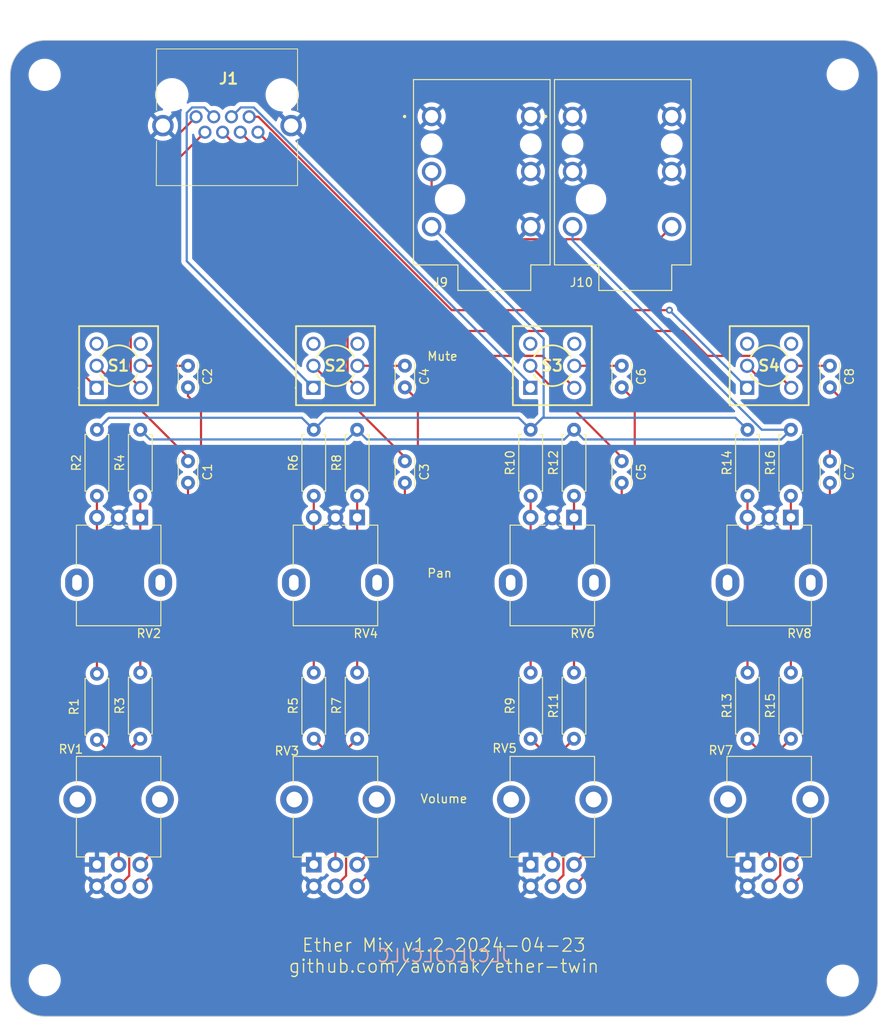
<source format=kicad_pcb>
(kicad_pcb (version 20221018) (generator pcbnew)
  (layers (0 "F.Cu" signal) (31 "B.Cu" signal) (34 "B.Paste" user) (35 "F.Paste" user) (36 "B.SilkS" user "B.Silkscreen") (37 "F.SilkS" user "F.Silkscreen") (38 "B.Mask" user) (39 "F.Mask" user) (44 "Edge.Cuts" user))
  (net 0 "")
  (net 1 "Net-(C1-Pad1)")
  (net 2 "Net-(C1-Pad2)")
  (net 3 "Net-(C2-Pad1)")
  (net 4 "Net-(C2-Pad2)")
  (net 5 "Net-(C3-Pad1)")
  (net 6 "Net-(C3-Pad2)")
  (net 7 "Net-(C4-Pad1)")
  (net 8 "Net-(C4-Pad2)")
  (net 9 "Net-(C5-Pad1)")
  (net 10 "Net-(C5-Pad2)")
  (net 11 "Net-(C6-Pad1)")
  (net 12 "Net-(C6-Pad2)")
  (net 13 "Net-(C7-Pad1)")
  (net 14 "Net-(C7-Pad2)")
  (net 15 "Net-(C8-Pad1)")
  (net 16 "Net-(C8-Pad2)")
  (net 17 "ETH 1")
  (net 18 "ETH 2")
  (net 19 "ETH 3")
  (net 20 "ETH 4")
  (net 21 "ETH 5")
  (net 22 "ETH 6")
  (net 23 "ETH 7")
  (net 24 "ETH 8")
  (net 25 "GND")
  (net 26 "Net-(J10-PadTN)")
  (net 27 "OUT_L")
  (net 28 "OUT_R")
  (net 29 "Net-(R1-Pad1)")
  (net 30 "Net-(R1-Pad2)")
  (net 31 "Net-(R3-Pad1)")
  (net 32 "Net-(R3-Pad2)")
  (net 33 "Net-(R5-Pad1)")
  (net 34 "Net-(R5-Pad2)")
  (net 35 "Net-(R7-Pad2)")
  (net 36 "Net-(R7-Pad1)")
  (net 37 "Net-(R9-Pad1)")
  (net 38 "Net-(R11-Pad1)")
  (net 39 "Net-(R10-Pad1)")
  (net 40 "Net-(R11-Pad2)")
  (net 41 "Net-(R13-Pad1)")
  (net 42 "Net-(R13-Pad2)")
  (net 43 "Net-(R15-Pad2)")
  (net 44 "Net-(R15-Pad1)")
  (footprint "Resistor_THT:R_Axial_DIN0207_L6.3mm_D2.5mm_P7.62mm_Horizontal" (layer "F.Cu") (at 137.5 85 90)
    (fp_text reference "R12" (at 3.81 -2.37 90) (layer "F.SilkS"))
    (fp_text value "20K")
    (pad "1" thru_hole circle (at 0 0 90) (size 1.6 1.6) (drill 0.8) (layers "*.Cu" "*.Mask") (net 40 "Net-(R11-Pad2)"))
    (pad "2" thru_hole oval (at 7.62 0 90) (size 1.6 1.6) (drill 0.8) (layers "*.Cu" "*.Mask") (net 28 "OUT_R"))
  )
  (footprint "Resistor_THT:R_Axial_DIN0207_L6.3mm_D2.5mm_P7.62mm_Horizontal" (layer "F.Cu") (at 107.5 113 90)
    (fp_text reference "R5" (at 3.81 -2.37 90) (layer "F.SilkS"))
    (fp_text value "20K")
    (pad "1" thru_hole circle (at 0 0 90) (size 1.6 1.6) (drill 0.8) (layers "*.Cu" "*.Mask") (net 33 "Net-(R5-Pad1)"))
    (pad "2" thru_hole oval (at 7.62 0 90) (size 1.6 1.6) (drill 0.8) (layers "*.Cu" "*.Mask") (net 34 "Net-(R5-Pad2)"))
  )
  (footprint "Capacitor_THT:C_Disc_D3.0mm_W2.0mm_P2.50mm" (layer "F.Cu") (at 118 81 -90)
    (fp_text reference "C3" (at 1.25 -2.25 90) (layer "F.SilkS"))
    (fp_text value ".1uf")
    (pad "1" thru_hole circle (at 0 0 270) (size 1.6 1.6) (drill 0.8) (layers "*.Cu" "*.Mask") (net 5 "Net-(C3-Pad1)"))
    (pad "2" thru_hole circle (at 2.5 0 270) (size 1.6 1.6) (drill 0.8) (layers "*.Cu" "*.Mask") (net 6 "Net-(C3-Pad2)"))
  )
  (footprint "MountingHole:MountingHole_3.2mm_M3" (layer "F.Cu") (at 76.475 36.475)
    (fp_text reference "H1" hide)
    (fp_text value "MountingHole")
    (pad "" np_thru_hole circle (at 0 0) (size 3.2 3.2) (drill 3.2) (layers "*.Cu" "*.Mask"))
  )
  (footprint "NRJ6HF:NEUTRIK_NRJ6HF" (layer "F.Cu") (at 126.8 47.625 90)
    (fp_text reference "J9" (at -12.775 -4.69) (layer "F.SilkS"))
    (fp_text value "Audio Out L")
    (pad "" np_thru_hole circle (at -3.2 -3.585 90) (size 3 3) (drill 3) (layers "*.Cu" "*.Mask"))
    (pad "" np_thru_hole circle (at 3.15 -5.715 90) (size 2 2) (drill 2) (layers "*.Cu" "*.Mask"))
    (pad "" np_thru_hole circle (at 3.15 5.715 90) (size 2 2) (drill 2) (layers "*.Cu" "*.Mask"))
    (pad "R" thru_hole circle (at 0 -5.715 90) (size 2.25 2.25) (drill 1.5) (layers "*.Cu" "*.Mask") (net 26 "Net-(J10-PadTN)"))
    (pad "RN" thru_hole circle (at 0 5.715 90) (size 2.25 2.25) (drill 1.5) (layers "*.Cu" "*.Mask") (net 25 "GND"))
    (pad "S" thru_hole circle (at 6.35 -5.715 90) (size 2.25 2.25) (drill 1.5) (layers "*.Cu" "*.Mask") (net 25 "GND"))
    (pad "SN" thru_hole circle (at 6.35 5.715 90) (size 2.25 2.25) (drill 1.5) (layers "*.Cu" "*.Mask") (net 25 "GND"))
    (pad "T" thru_hole circle (at -6.35 -5.715 90) (size 2.25 2.25) (drill 1.5) (layers "*.Cu" "*.Mask") (net 27 "OUT_L"))
    (pad "TN" thru_hole circle (at -6.35 5.715 90) (size 2.25 2.25) (drill 1.5) (layers "*.Cu" "*.Mask") (net 25 "GND"))
  )
  (footprint "MountingHole:MountingHole_3.2mm_M3" (layer "F.Cu") (at 168.475 36.425)
    (fp_text reference "H2" hide)
    (fp_text value "MountingHole" hide)
    (pad "" np_thru_hole circle (at 0 0) (size 3.2 3.2) (drill 3.2) (layers "*.Cu" "*.Mask"))
  )
  (footprint "Capacitor_THT:C_Disc_D3.0mm_W2.0mm_P2.50mm" (layer "F.Cu") (at 167 70 -90)
    (fp_text reference "C8" (at 1.25 -2.25 -90) (layer "F.SilkS"))
    (fp_text value ".1uf")
    (pad "1" thru_hole circle (at 0 0 270) (size 1.6 1.6) (drill 0.8) (layers "*.Cu" "*.Mask") (net 15 "Net-(C8-Pad1)"))
    (pad "2" thru_hole circle (at 2.5 0 270) (size 1.6 1.6) (drill 0.8) (layers "*.Cu" "*.Mask") (net 16 "Net-(C8-Pad2)"))
  )
  (footprint "Capacitor_THT:C_Disc_D3.0mm_W2.0mm_P2.50mm" (layer "F.Cu") (at 93 81 -90)
    (fp_text reference "C1" (at 1.25 -2.25 90) (layer "F.SilkS"))
    (fp_text value ".1uf")
    (pad "1" thru_hole circle (at 0 0 270) (size 1.6 1.6) (drill 0.8) (layers "*.Cu" "*.Mask") (net 1 "Net-(C1-Pad1)"))
    (pad "2" thru_hole circle (at 2.5 0 270) (size 1.6 1.6) (drill 0.8) (layers "*.Cu" "*.Mask") (net 2 "Net-(C1-Pad2)"))
  )
  (footprint "2MD1T1B1M2QES:2MD1T1B1M2QES" (layer "F.Cu") (at 135 70)
    (fp_text reference "S3" (at -0.02 -0.005) (layer "F.SilkS") (effects (font (size 1.27 1.27) (thickness 0.254))))
    (fp_text value "Mute Switch" hide)
    (pad "1" thru_hole rect (at -2.54 2.55) (size 1.635 1.635) (drill 1.09) (layers "*.Cu" "*.Mask") (net 21 "ETH 5"))
    (pad "2" thru_hole circle (at -2.54 0.01) (size 1.635 1.635) (drill 1.09) (layers "*.Cu" "*.Mask") (net 9 "Net-(C5-Pad1)"))
    (pad "3" thru_hole circle (at -2.54 -2.53) (size 1.635 1.635) (drill 1.09) (layers "*.Cu" "*.Mask"))
    (pad "4" thru_hole circle (at 2.54 2.55) (size 1.635 1.635) (drill 1.09) (layers "*.Cu" "*.Mask") (net 22 "ETH 6"))
    (pad "5" thru_hole circle (at 2.54 0.01) (size 1.635 1.635) (drill 1.09) (layers "*.Cu" "*.Mask") (net 11 "Net-(C6-Pad1)"))
    (pad "6" thru_hole circle (at 2.54 -2.53) (size 1.635 1.635) (drill 1.09) (layers "*.Cu" "*.Mask"))
  )
  (footprint "RD902F-40:Potentiometer_Alpha_RD902F-40-00D_Dual_Vertical_CircularHoles" (layer "F.Cu") (at 85 120)
    (fp_text reference "RV1" (at -5.5 -5.795) (layer "F.SilkS"))
    (fp_text value "A100K Vol")
    (pad "" thru_hole circle (at -4.75 0 180) (size 3.24 3.24) (drill 1.8) (layers "*.Cu" "*.Mask"))
    (pad "" thru_hole circle (at 4.75 0 180) (size 3.24 3.24) (drill 1.8) (layers "*.Cu" "*.Mask"))
    (pad "1" thru_hole rect (at -2.5 7.5 180) (size 1.8 1.8) (drill 1) (layers "*.Cu" "*.Mask") (net 25 "GND"))
    (pad "2" thru_hole circle (at 0 7.5 180) (size 1.8 1.8) (drill 1) (layers "*.Cu" "*.Mask") (net 30 "Net-(R1-Pad2)"))
    (pad "3" thru_hole circle (at 2.5 7.5 180) (size 1.8 1.8) (drill 1) (layers "*.Cu" "*.Mask") (net 2 "Net-(C1-Pad2)"))
    (pad "4" thru_hole circle (at -2.5 10 180) (size 1.8 1.8) (drill 1) (layers "*.Cu" "*.Mask") (net 25 "GND"))
    (pad "5" thru_hole circle (at 0 10 180) (size 1.8 1.8) (drill 1) (layers "*.Cu" "*.Mask") (net 31 "Net-(R3-Pad1)"))
    (pad "6" thru_hole circle (at 2.5 10 180) (size 1.8 1.8) (drill 1) (layers "*.Cu" "*.Mask") (net 4 "Net-(C2-Pad2)"))
  )
  (footprint "MountingHole:MountingHole_3.2mm_M3" (layer "F.Cu") (at 168.475 140.875)
    (fp_text reference "H3" hide)
    (fp_text value "MountingHole" hide)
    (pad "" np_thru_hole circle (at 0 0) (size 3.2 3.2) (drill 3.2) (layers "*.Cu" "*.Mask"))
  )
  (footprint "Resistor_THT:R_Axial_DIN0207_L6.3mm_D2.5mm_P7.62mm_Horizontal" (layer "F.Cu") (at 82.5 105.5 -90)
    (fp_text reference "R1" (at 3.81 2.63 90) (layer "F.SilkS"))
    (fp_text value "20K")
    (pad "1" thru_hole circle (at 0 0 270) (size 1.6 1.6) (drill 0.8) (layers "*.Cu" "*.Mask") (net 29 "Net-(R1-Pad1)"))
    (pad "2" thru_hole oval (at 7.62 0 270) (size 1.6 1.6) (drill 0.8) (layers "*.Cu" "*.Mask") (net 30 "Net-(R1-Pad2)"))
  )
  (footprint "Capacitor_THT:C_Disc_D3.0mm_W2.0mm_P2.50mm" (layer "F.Cu") (at 143 70 -90)
    (fp_text reference "C6" (at 1.25 -2.25 -90) (layer "F.SilkS"))
    (fp_text value ".1uf")
    (pad "1" thru_hole circle (at 0 0 270) (size 1.6 1.6) (drill 0.8) (layers "*.Cu" "*.Mask") (net 11 "Net-(C6-Pad1)"))
    (pad "2" thru_hole circle (at 2.5 0 270) (size 1.6 1.6) (drill 0.8) (layers "*.Cu" "*.Mask") (net 12 "Net-(C6-Pad2)"))
  )
  (footprint "RD902F-40:Potentiometer_Alpha_RD901F-40-00D_Single_Vertical" (layer "F.Cu") (at 85 95 180)
    (fp_text reference "RV2" (at -3.49 -5.87) (layer "F.SilkS"))
    (fp_text value "B100k Pan")
    (pad "" thru_hole oval (at -4.8 0) (size 2.72 3.24) (drill oval 1.1 1.8) (layers "*.Cu" "*.Mask"))
    (pad "" thru_hole oval (at 4.8 0) (size 2.72 3.24) (drill oval 1.1 1.8) (layers "*.Cu" "*.Mask"))
    (pad "1" thru_hole rect (at -2.5 7.5) (size 1.8 1.8) (drill 1) (layers "*.Cu" "*.Mask") (net 32 "Net-(R3-Pad2)"))
    (pad "2" thru_hole circle (at 0 7.5) (size 1.8 1.8) (drill 1) (layers "*.Cu" "*.Mask") (net 25 "GND"))
    (pad "3" thru_hole circle (at 2.5 7.5) (size 1.8 1.8) (drill 1) (layers "*.Cu" "*.Mask") (net 29 "Net-(R1-Pad1)"))
  )
  (footprint "Resistor_THT:R_Axial_DIN0207_L6.3mm_D2.5mm_P7.62mm_Horizontal" (layer "F.Cu") (at 107.5 85 90)
    (fp_text reference "R6" (at 3.81 -2.37 90) (layer "F.SilkS"))
    (fp_text value "20K")
    (pad "1" thru_hole circle (at 0 0 90) (size 1.6 1.6) (drill 0.8) (layers "*.Cu" "*.Mask") (net 34 "Net-(R5-Pad2)"))
    (pad "2" thru_hole oval (at 7.62 0 90) (size 1.6 1.6) (drill 0.8) (layers "*.Cu" "*.Mask") (net 27 "OUT_L"))
  )
  (footprint "2MD1T1B1M2QES:2MD1T1B1M2QES" (layer "F.Cu") (at 160 70)
    (fp_text reference "S4" (at -0.02 -0.005) (layer "F.SilkS") (effects (font (size 1.27 1.27) (thickness 0.254))))
    (fp_text value "Mute Switch" hide)
    (pad "1" thru_hole rect (at -2.54 2.55) (size 1.635 1.635) (drill 1.09) (layers "*.Cu" "*.Mask") (net 23 "ETH 7"))
    (pad "2" thru_hole circle (at -2.54 0.01) (size 1.635 1.635) (drill 1.09) (layers "*.Cu" "*.Mask") (net 13 "Net-(C7-Pad1)"))
    (pad "3" thru_hole circle (at -2.54 -2.53) (size 1.635 1.635) (drill 1.09) (layers "*.Cu" "*.Mask"))
    (pad "4" thru_hole circle (at 2.54 2.55) (size 1.635 1.635) (drill 1.09) (layers "*.Cu" "*.Mask") (net 24 "ETH 8"))
    (pad "5" thru_hole circle (at 2.54 0.01) (size 1.635 1.635) (drill 1.09) (layers "*.Cu" "*.Mask") (net 15 "Net-(C8-Pad1)"))
    (pad "6" thru_hole circle (at 2.54 -2.53) (size 1.635 1.635) (drill 1.09) (layers "*.Cu" "*.Mask"))
  )
  (footprint "Resistor_THT:R_Axial_DIN0207_L6.3mm_D2.5mm_P7.62mm_Horizontal" (layer "F.Cu") (at 82.5 85 90)
    (fp_text reference "R2" (at 3.81 -2.37 90) (layer "F.SilkS"))
    (fp_text value "20K")
    (pad "1" thru_hole circle (at 0 0 90) (size 1.6 1.6) (drill 0.8) (layers "*.Cu" "*.Mask") (net 29 "Net-(R1-Pad1)"))
    (pad "2" thru_hole oval (at 7.62 0 90) (size 1.6 1.6) (drill 0.8) (layers "*.Cu" "*.Mask") (net 27 "OUT_L"))
  )
  (footprint "Resistor_THT:R_Axial_DIN0207_L6.3mm_D2.5mm_P7.62mm_Horizontal" (layer "F.Cu") (at 87.5 113 90)
    (fp_text reference "R3" (at 3.81 -2.37 90) (layer "F.SilkS"))
    (fp_text value "20K")
    (pad "1" thru_hole circle (at 0 0 90) (size 1.6 1.6) (drill 0.8) (layers "*.Cu" "*.Mask") (net 31 "Net-(R3-Pad1)"))
    (pad "2" thru_hole oval (at 7.62 0 90) (size 1.6 1.6) (drill 0.8) (layers "*.Cu" "*.Mask") (net 32 "Net-(R3-Pad2)"))
  )
  (footprint "RD902F-40:Potentiometer_Alpha_RD902F-40-00D_Dual_Vertical_CircularHoles" (layer "F.Cu") (at 135 120)
    (fp_text reference "RV5" (at -5.5 -5.895) (layer "F.SilkS"))
    (fp_text value "A100K")
    (pad "" thru_hole circle (at -4.75 0 180) (size 3.24 3.24) (drill 1.8) (layers "*.Cu" "*.Mask"))
    (pad "" thru_hole circle (at 4.75 0 180) (size 3.24 3.24) (drill 1.8) (layers "*.Cu" "*.Mask"))
    (pad "1" thru_hole rect (at -2.5 7.5 180) (size 1.8 1.8) (drill 1) (layers "*.Cu" "*.Mask") (net 25 "GND"))
    (pad "2" thru_hole circle (at 0 7.5 180) (size 1.8 1.8) (drill 1) (layers "*.Cu" "*.Mask") (net 37 "Net-(R9-Pad1)"))
    (pad "3" thru_hole circle (at 2.5 7.5 180) (size 1.8 1.8) (drill 1) (layers "*.Cu" "*.Mask") (net 10 "Net-(C5-Pad2)"))
    (pad "4" thru_hole circle (at -2.5 10 180) (size 1.8 1.8) (drill 1) (layers "*.Cu" "*.Mask") (net 25 "GND"))
    (pad "5" thru_hole circle (at 0 10 180) (size 1.8 1.8) (drill 1) (layers "*.Cu" "*.Mask") (net 38 "Net-(R11-Pad1)"))
    (pad "6" thru_hole circle (at 2.5 10 180) (size 1.8 1.8) (drill 1) (layers "*.Cu" "*.Mask") (net 12 "Net-(C6-Pad2)"))
  )
  (footprint "Resistor_THT:R_Axial_DIN0207_L6.3mm_D2.5mm_P7.62mm_Horizontal" (layer "F.Cu") (at 132.5 113 90)
    (fp_text reference "R9" (at 3.81 -2.37 90) (layer "F.SilkS"))
    (fp_text value "20K")
    (pad "1" thru_hole circle (at 0 0 90) (size 1.6 1.6) (drill 0.8) (layers "*.Cu" "*.Mask") (net 37 "Net-(R9-Pad1)"))
    (pad "2" thru_hole oval (at 7.62 0 90) (size 1.6 1.6) (drill 0.8) (layers "*.Cu" "*.Mask") (net 39 "Net-(R10-Pad1)"))
  )
  (footprint "2MD1T1B1M2QES:2MD1T1B1M2QES" (layer "F.Cu") (at 85 70)
    (fp_text reference "S1" (at -0.02 -0.005) (layer "F.SilkS") (effects (font (size 1.27 1.27) (thickness 0.254))))
    (fp_text value "Mute Switch" hide)
    (pad "1" thru_hole rect (at -2.54 2.55) (size 1.635 1.635) (drill 1.09) (layers "*.Cu" "*.Mask") (net 17 "ETH 1"))
    (pad "2" thru_hole circle (at -2.54 0.01) (size 1.635 1.635) (drill 1.09) (layers "*.Cu" "*.Mask") (net 1 "Net-(C1-Pad1)"))
    (pad "3" thru_hole circle (at -2.54 -2.53) (size 1.635 1.635) (drill 1.09) (layers "*.Cu" "*.Mask"))
    (pad "4" thru_hole circle (at 2.54 2.55) (size 1.635 1.635) (drill 1.09) (layers "*.Cu" "*.Mask") (net 18 "ETH 2"))
    (pad "5" thru_hole circle (at 2.54 0.01) (size 1.635 1.635) (drill 1.09) (layers "*.Cu" "*.Mask") (net 3 "Net-(C2-Pad1)"))
    (pad "6" thru_hole circle (at 2.54 -2.53) (size 1.635 1.635) (drill 1.09) (layers "*.Cu" "*.Mask"))
  )
  (footprint "Capacitor_THT:C_Disc_D3.0mm_W2.0mm_P2.50mm" (layer "F.Cu") (at 143 81 -90)
    (fp_text reference "C5" (at 1.25 -2.25 -90) (layer "F.SilkS"))
    (fp_text value ".1uf")
    (pad "1" thru_hole circle (at 0 0 270) (size 1.6 1.6) (drill 0.8) (layers "*.Cu" "*.Mask") (net 9 "Net-(C5-Pad1)"))
    (pad "2" thru_hole circle (at 2.5 0 270) (size 1.6 1.6) (drill 0.8) (layers "*.Cu" "*.Mask") (net 10 "Net-(C5-Pad2)"))
  )
  (footprint "Resistor_THT:R_Axial_DIN0207_L6.3mm_D2.5mm_P7.62mm_Horizontal" (layer "F.Cu") (at 132.5 85 90)
    (fp_text reference "R10" (at 3.81 -2.37 90) (layer "F.SilkS"))
    (fp_text value "20K")
    (pad "1" thru_hole circle (at 0 0 90) (size 1.6 1.6) (drill 0.8) (layers "*.Cu" "*.Mask") (net 39 "Net-(R10-Pad1)"))
    (pad "2" thru_hole oval (at 7.62 0 90) (size 1.6 1.6) (drill 0.8) (layers "*.Cu" "*.Mask") (net 27 "OUT_L"))
  )
  (footprint "Resistor_THT:R_Axial_DIN0207_L6.3mm_D2.5mm_P7.62mm_Horizontal" (layer "F.Cu") (at 157.5 85 90)
    (fp_text reference "R14" (at 3.81 -2.37 90) (layer "F.SilkS"))
    (fp_text value "20K")
    (pad "1" thru_hole circle (at 0 0 90) (size 1.6 1.6) (drill 0.8) (layers "*.Cu" "*.Mask") (net 42 "Net-(R13-Pad2)"))
    (pad "2" thru_hole oval (at 7.62 0 90) (size 1.6 1.6) (drill 0.8) (layers "*.Cu" "*.Mask") (net 27 "OUT_L"))
  )
  (footprint "RD902F-40:Potentiometer_Alpha_RD901F-40-00D_Single_Vertical" (layer "F.Cu") (at 135 95 180)
    (fp_text reference "RV6" (at -3.49 -5.87) (layer "F.SilkS"))
    (fp_text value "B100k Pan")
    (pad "" thru_hole oval (at -4.8 0) (size 2.72 3.24) (drill oval 1.1 1.8) (layers "*.Cu" "*.Mask"))
    (pad "" thru_hole oval (at 4.8 0) (size 2.72 3.24) (drill oval 1.1 1.8) (layers "*.Cu" "*.Mask"))
    (pad "1" thru_hole rect (at -2.5 7.5) (size 1.8 1.8) (drill 1) (layers "*.Cu" "*.Mask") (net 40 "Net-(R11-Pad2)"))
    (pad "2" thru_hole circle (at 0 7.5) (size 1.8 1.8) (drill 1) (layers "*.Cu" "*.Mask") (net 25 "GND"))
    (pad "3" thru_hole circle (at 2.5 7.5) (size 1.8 1.8) (drill 1) (layers "*.Cu" "*.Mask") (net 39 "Net-(R10-Pad1)"))
  )
  (footprint "Capacitor_THT:C_Disc_D3.0mm_W2.0mm_P2.50mm" (layer "F.Cu") (at 167 81 -90)
    (fp_text reference "C7" (at 1.25 -2.25 -90) (layer "F.SilkS"))
    (fp_text value ".1uf")
    (pad "1" thru_hole circle (at 0 0 270) (size 1.6 1.6) (drill 0.8) (layers "*.Cu" "*.Mask") (net 13 "Net-(C7-Pad1)"))
    (pad "2" thru_hole circle (at 2.5 0 270) (size 1.6 1.6) (drill 0.8) (layers "*.Cu" "*.Mask") (net 14 "Net-(C7-Pad2)"))
  )
  (footprint "MountingHole:MountingHole_3.2mm_M3" (layer "F.Cu") (at 76.475 140.825)
    (fp_text reference "H4" hide)
    (fp_text value "MountingHole")
    (pad "" np_thru_hole circle (at 0 0) (size 3.2 3.2) (drill 3.2) (layers "*.Cu" "*.Mask"))
  )
  (footprint "Resistor_THT:R_Axial_DIN0207_L6.3mm_D2.5mm_P7.62mm_Horizontal" (layer "F.Cu") (at 87.5 85 90)
    (fp_text reference "R4" (at 3.81 -2.37 90) (layer "F.SilkS"))
    (fp_text value "20K")
    (pad "1" thru_hole circle (at 0 0 90) (size 1.6 1.6) (drill 0.8) (layers "*.Cu" "*.Mask") (net 32 "Net-(R3-Pad2)"))
    (pad "2" thru_hole oval (at 7.62 0 90) (size 1.6 1.6) (drill 0.8) (layers "*.Cu" "*.Mask") (net 28 "OUT_R"))
  )
  (footprint "RD902F-40:Potentiometer_Alpha_RD901F-40-00D_Single_Vertical" (layer "F.Cu") (at 110 95 180)
    (fp_text reference "RV4" (at -3.49 -5.87) (layer "F.SilkS"))
    (fp_text value "B100k Pan")
    (pad "" thru_hole oval (at -4.8 0) (size 2.72 3.24) (drill oval 1.1 1.8) (layers "*.Cu" "*.Mask"))
    (pad "" thru_hole oval (at 4.8 0) (size 2.72 3.24) (drill oval 1.1 1.8) (layers "*.Cu" "*.Mask"))
    (pad "1" thru_hole rect (at -2.5 7.5) (size 1.8 1.8) (drill 1) (layers "*.Cu" "*.Mask") (net 35 "Net-(R7-Pad2)"))
    (pad "2" thru_hole circle (at 0 7.5) (size 1.8 1.8) (drill 1) (layers "*.Cu" "*.Mask") (net 25 "GND"))
    (pad "3" thru_hole circle (at 2.5 7.5) (size 1.8 1.8) (drill 1) (layers "*.Cu" "*.Mask") (net 34 "Net-(R5-Pad2)"))
  )
  (footprint "1-406541-5:14065415" (layer "F.Cu") (at 97.5 42.33 180)
    (fp_text reference "J1" (at -0.175 5.415) (layer "F.SilkS") (effects (font (size 1.27 1.27) (thickness 0.254))))
    (fp_text value "Ethernet Conn" hide)
    (pad "" np_thru_hole circle (at -6.36 3.56 180) (size 3.33 3.33) (drill 3.33) (layers "F&B.Cu" "*.Mask"))
    (pad "" np_thru_hole circle (at 6.36 3.56 180) (size 3.33 3.33) (drill 3.33) (layers "F&B.Cu" "*.Mask"))
    (pad "1" thru_hole circle (at 3.57 1.02 180) (size 1.509 1.509) (drill 0.97) (layers "*.Cu" "*.Mask") (net 17 "ETH 1"))
    (pad "2" thru_hole circle (at 2.55 -0.76 180) (size 1.509 1.509) (drill 0.97) (layers "*.Cu" "*.Mask") (net 18 "ETH 2"))
    (pad "3" thru_hole circle (at 1.53 1.02 180) (size 1.509 1.509) (drill 0.97) (layers "*.Cu" "*.Mask") (net 19 "ETH 3"))
    (pad "4" thru_hole circle (at 0.51 -0.76 180) (size 1.509 1.509) (drill 0.97) (layers "*.Cu" "*.Mask") (net 20 "ETH 4"))
    (pad "5" thru_hole circle (at -0.51 1.02 180) (size 1.509 1.509) (drill 0.97) (layers "*.Cu" "*.Mask") (net 21 "ETH 5"))
    (pad "6" thru_hole circle (at -1.53 -0.76 180) (size 1.509 1.509) (drill 0.97) (layers "*.Cu" "*.Mask") (net 22 "ETH 6"))
    (pad "7" thru_hole circle (at -2.55 1.02 180) (size 1.509 1.509) (drill 0.97) (layers "*.Cu" "*.Mask") (net 23 "ETH 7"))
    (pad "8" thru_hole circle (at -3.57 -0.76 180) (size 1.509 1.509) (drill 0.97) (layers "*.Cu" "*.Mask") (net 24 "ETH 8"))
    (pad "9" thru_hole circle (at -7.39 0 180) (size 2.475 2.475) (drill 1.65) (layers "*.Cu" "*.Mask") (net 25 "GND"))
    (pad "10" thru_hole circle (at 7.39 0 180) (size 2.475 2.475) (drill 1.65) (layers "*.Cu" "*.Mask") (net 25 "GND"))
  )
  (footprint "Capacitor_THT:C_Disc_D3.0mm_W2.0mm_P2.50mm" (layer "F.Cu") (at 118 70 -90)
    (fp_text reference "C4" (at 1.25 -2.25 90) (layer "F.SilkS"))
    (fp_text value ".1uf")
    (pad "1" thru_hole circle (at 0 0 270) (size 1.6 1.6) (drill 0.8) (layers "*.Cu" "*.Mask") (net 7 "Net-(C4-Pad1)"))
    (pad "2" thru_hole circle (at 2.5 0 270) (size 1.6 1.6) (drill 0.8) (layers "*.Cu" "*.Mask") (net 8 "Net-(C4-Pad2)"))
  )
  (footprint "Resistor_THT:R_Axial_DIN0207_L6.3mm_D2.5mm_P7.62mm_Horizontal" (layer "F.Cu") (at 157.5 113 90)
    (fp_text reference "R13" (at 3.81 -2.37 90) (layer "F.SilkS"))
    (fp_text value "20K")
    (pad "1" thru_hole circle (at 0 0 90) (size 1.6 1.6) (drill 0.8) (layers "*.Cu" "*.Mask") (net 41 "Net-(R13-Pad1)"))
    (pad "2" thru_hole oval (at 7.62 0 90) (size 1.6 1.6) (drill 0.8) (layers "*.Cu" "*.Mask") (net 42 "Net-(R13-Pad2)"))
  )
  (footprint "Resistor_THT:R_Axial_DIN0207_L6.3mm_D2.5mm_P7.62mm_Horizontal" (layer "F.Cu") (at 162.5 85 90)
    (fp_text reference "R16" (at 3.81 -2.37 90) (layer "F.SilkS"))
    (fp_text value "20K")
    (pad "1" thru_hole circle (at 0 0 90) (size 1.6 1.6) (drill 0.8) (layers "*.Cu" "*.Mask") (net 43 "Net-(R15-Pad2)"))
    (pad "2" thru_hole oval (at 7.62 0 90) (size 1.6 1.6) (drill 0.8) (layers "*.Cu" "*.Mask") (net 28 "OUT_R"))
  )
  (footprint "RD902F-40:Potentiometer_Alpha_RD901F-40-00D_Single_Vertical" (layer "F.Cu") (at 160 95 180)
    (fp_text reference "RV8" (at -3.49 -5.87) (layer "F.SilkS"))
    (fp_text value "B100k Pan")
    (pad "" thru_hole oval (at -4.8 0) (size 2.72 3.24) (drill oval 1.1 1.8) (layers "*.Cu" "*.Mask"))
    (pad "" thru_hole oval (at 4.8 0) (size 2.72 3.24) (drill oval 1.1 1.8) (layers "*.Cu" "*.Mask"))
    (pad "1" thru_hole rect (at -2.5 7.5) (size 1.8 1.8) (drill 1) (layers "*.Cu" "*.Mask") (net 43 "Net-(R15-Pad2)"))
    (pad "2" thru_hole circle (at 0 7.5) (size 1.8 1.8) (drill 1) (layers "*.Cu" "*.Mask") (net 25 "GND"))
    (pad "3" thru_hole circle (at 2.5 7.5) (size 1.8 1.8) (drill 1) (layers "*.Cu" "*.Mask") (net 42 "Net-(R13-Pad2)"))
  )
  (footprint "Resistor_THT:R_Axial_DIN0207_L6.3mm_D2.5mm_P7.62mm_Horizontal" (layer "F.Cu") (at 112.5 113 90)
    (fp_text reference "R7" (at 3.81 -2.37 90) (layer "F.SilkS"))
    (fp_text value "20K")
    (pad "1" thru_hole circle (at 0 0 90) (size 1.6 1.6) (drill 0.8) (layers "*.Cu" "*.Mask") (net 36 "Net-(R7-Pad1)"))
    (pad "2" thru_hole oval (at 7.62 0 90) (size 1.6 1.6) (drill 0.8) (layers "*.Cu" "*.Mask") (net 35 "Net-(R7-Pad2)"))
  )
  (footprint "Resistor_THT:R_Axial_DIN0207_L6.3mm_D2.5mm_P7.62mm_Horizontal" (layer "F.Cu") (at 162.5 113 90)
    (fp_text reference "R15" (at 3.81 -2.37 90) (layer "F.SilkS"))
    (fp_text value "20K")
    (pad "1" thru_hole circle (at 0 0 90) (size 1.6 1.6) (drill 0.8) (layers "*.Cu" "*.Mask") (net 44 "Net-(R15-Pad1)"))
    (pad "2" thru_hole oval (at 7.62 0 90) (size 1.6 1.6) (drill 0.8) (layers "*.Cu" "*.Mask") (net 43 "Net-(R15-Pad2)"))
  )
  (footprint "RD902F-40:Potentiometer_Alpha_RD902F-40-00D_Dual_Vertical_CircularHoles" (layer "F.Cu") (at 110 120)
    (fp_text reference "RV3" (at -5.6 -5.595) (layer "F.SilkS"))
    (fp_text value "A100K Vol")
    (pad "" thru_hole circle (at -4.75 0 180) (size 3.24 3.24) (drill 1.8) (layers "*.Cu" "*.Mask"))
    (pad "" thru_hole circle (at 4.75 0 180) (size 3.24 3.24) (drill 1.8) (layers "*.Cu" "*.Mask"))
    (pad "1" thru_hole rect (at -2.5 7.5 180) (size 1.8 1.8) (drill 1) (layers "*.Cu" "*.Mask") (net 25 "GND"))
    (pad "2" thru_hole circle (at 0 7.5 180) (size 1.8 1.8) (drill 1) (layers "*.Cu" "*.Mask") (net 33 "Net-(R5-Pad1)"))
    (pad "3" thru_hole circle (at 2.5 7.5 180) (size 1.8 1.8) (drill 1) (layers "*.Cu" "*.Mask") (net 6 "Net-(C3-Pad2)"))
    (pad "4" thru_hole circle (at -2.5 10 180) (size 1.8 1.8) (drill 1) (layers "*.Cu" "*.Mask") (net 25 "GND"))
    (pad "5" thru_hole circle (at 0 10 180) (size 1.8 1.8) (drill 1) (layers "*.Cu" "*.Mask") (net 36 "Net-(R7-Pad1)"))
    (pad "6" thru_hole circle (at 2.5 10 180) (size 1.8 1.8) (drill 1) (layers "*.Cu" "*.Mask") (net 8 "Net-(C4-Pad2)"))
  )
  (footprint "Capacitor_THT:C_Disc_D3.0mm_W2.0mm_P2.50mm" (layer "F.Cu") (at 93 70 -90)
    (fp_text reference "C2" (at 1.25 -2.25 90) (layer "F.SilkS"))
    (fp_text value ".1uf")
    (pad "1" thru_hole circle (at 0 0 270) (size 1.6 1.6) (drill 0.8) (layers "*.Cu" "*.Mask") (net 3 "Net-(C2-Pad1)"))
    (pad "2" thru_hole circle (at 2.5 0 270) (size 1.6 1.6) (drill 0.8) (layers "*.Cu" "*.Mask") (net 4 "Net-(C2-Pad2)"))
  )
  (footprint "2MD1T1B1M2QES:2MD1T1B1M2QES" (layer "F.Cu") (at 110 70)
    (fp_text reference "S2" (at -0.02 -0.005) (layer "F.SilkS") (effects (font (size 1.27 1.27) (thickness 0.254))))
    (fp_text value "Mute Switch" hide)
    (pad "1" thru_hole rect (at -2.54 2.55) (size 1.635 1.635) (drill 1.09) (layers "*.Cu" "*.Mask") (net 19 "ETH 3"))
    (pad "2" thru_hole circle (at -2.54 0.01) (size 1.635 1.635) (drill 1.09) (layers "*.Cu" "*.Mask") (net 5 "Net-(C3-Pad1)"))
    (pad "3" thru_hole circle (at -2.54 -2.53) (size 1.635 1.635) (drill 1.09) (layers "*.Cu" "*.Mask"))
    (pad "4" thru_hole circle (at 2.54 2.55) (size 1.635 1.635) (drill 1.09) (layers "*.Cu" "*.Mask") (net 20 "ETH 4"))
    (pad "5" thru_hole circle (at 2.54 0.01) (size 1.635 1.635) (drill 1.09) (layers "*.Cu" "*.Mask") (net 7 "Net-(C4-Pad1)"))
    (pad "6" thru_hole circle (at 2.54 -2.53) (size 1.635 1.635) (drill 1.09) (layers "*.Cu" "*.Mask"))
  )
  (footprint "Resistor_THT:R_Axial_DIN0207_L6.3mm_D2.5mm_P7.62mm_Horizontal" (layer "F.Cu") (at 137.5 113 90)
    (fp_text reference "R11" (at 3.81 -2.37 90) (layer "F.SilkS"))
    (fp_text value "20K")
    (pad "1" thru_hole circle (at 0 0 90) (size 1.6 1.6) (drill 0.8) (layers "*.Cu" "*.Mask") (net 38 "Net-(R11-Pad1)"))
    (pad "2" thru_hole oval (at 7.62 0 90) (size 1.6 1.6) (drill 0.8) (layers "*.Cu" "*.Mask") (net 40 "Net-(R11-Pad2)"))
  )
  (footprint "NRJ6HF:NEUTRIK_NRJ6HF" (layer "F.Cu") (at 143.05 47.625 90)
    (fp_text reference "J10" (at -12.775 -4.69) (layer "F.SilkS"))
    (fp_text value "Audio Out R")
    (pad "" np_thru_hole circle (at -3.2 -3.585 90) (size 3 3) (drill 3) (layers "*.Cu" "*.Mask"))
    (pad "" np_thru_hole circle (at 3.15 -5.715 90) (size 2 2) (drill 2) (layers "*.Cu" "*.Mask"))
    (pad "" np_thru_hole circle (at 3.15 5.715 90) (size 2 2) (drill 2) (layers "*.Cu" "*.Mask"))
    (pad "R" thru_hole circle (at 0 -5.715 90) (size 2.25 2.25) (drill 1.5) (layers "*.Cu" "*.Mask") (net 25 "GND"))
    (pad "RN" thru_hole circle (at 0 5.715 90) (size 2.25 2.25) (drill 1.5) (layers "*.Cu" "*.Mask") (net 25 "GND"))
    (pad "S" thru_hole circle (at 6.35 -5.715 90) (size 2.25 2.25) (drill 1.5) (layers "*.Cu" "*.Mask") (net 25 "GND"))
    (pad "SN" thru_hole circle (at 6.35 5.715 90) (size 2.25 2.25) (drill 1.5) (layers "*.Cu" "*.Mask") (net 25 "GND"))
    (pad "T" thru_hole circle (at -6.35 -5.715 90) (size 2.25 2.25) (drill 1.5) (layers "*.Cu" "*.Mask") (net 28 "OUT_R"))
    (pad "TN" thru_hole circle (at -6.35 5.715 90) (size 2.25 2.25) (drill 1.5) (layers "*.Cu" "*.Mask") (net 26 "Net-(J10-PadTN)"))
  )
  (footprint "RD902F-40:Potentiometer_Alpha_RD902F-40-00D_Dual_Vertical_CircularHoles" (layer "F.Cu") (at 160 120)
    (fp_text reference "RV7" (at -5.57 -5.665) (layer "F.SilkS"))
    (fp_text value "A100K")
    (pad "" thru_hole circle (at -4.75 0 180) (size 3.24 3.24) (drill 1.8) (layers "*.Cu" "*.Mask"))
    (pad "" thru_hole circle (at 4.75 0 180) (size 3.24 3.24) (drill 1.8) (layers "*.Cu" "*.Mask"))
    (pad "1" thru_hole rect (at -2.5 7.5 180) (size 1.8 1.8) (drill 1) (layers "*.Cu" "*.Mask") (net 25 "GND"))
    (pad "2" thru_hole circle (at 0 7.5 180) (size 1.8 1.8) (drill 1) (layers "*.Cu" "*.Mask") (net 41 "Net-(R13-Pad1)"))
    (pad "3" thru_hole circle (at 2.5 7.5 180) (size 1.8 1.8) (drill 1) (layers "*.Cu" "*.Mask") (net 14 "Net-(C7-Pad2)"))
    (pad "4" thru_hole circle (at -2.5 10 180) (size 1.8 1.8) (drill 1) (layers "*.Cu" "*.Mask") (net 25 "GND"))
    (pad "5" thru_hole circle (at 0 10 180) (size 1.8 1.8) (drill 1) (layers "*.Cu" "*.Mask") (net 44 "Net-(R15-Pad1)"))
    (pad "6" thru_hole circle (at 2.5 10 180) (size 1.8 1.8) (drill 1) (layers "*.Cu" "*.Mask") (net 16 "Net-(C8-Pad2)"))
  )
  (footprint "Resistor_THT:R_Axial_DIN0207_L6.3mm_D2.5mm_P7.62mm_Horizontal" (layer "F.Cu") (at 112.5 85 90)
    (fp_text reference "R8" (at 3.81 -2.37 90) (layer "F.SilkS"))
    (fp_text value "20K")
    (pad "1" thru_hole circle (at 0 0 90) (size 1.6 1.6) (drill 0.8) (layers "*.Cu" "*.Mask") (net 35 "Net-(R7-Pad2)"))
    (pad "2" thru_hole oval (at 7.62 0 90) (size 1.6 1.6) (drill 0.8) (layers "*.Cu" "*.Mask") (net 28 "OUT_R"))
  )
  (gr_line (start 168.5 32.5) (end 76.5 32.5) (stroke (width 0.1)) (layer "Edge.Cuts"))
  (gr_arc (start 168.5 32.5) (mid 171.328427 33.671573) (end 172.5 36.5) (stroke (width 0.1)) (layer "Edge.Cuts"))
  (gr_line (start 172.5 141) (end 172.5 36.5) (stroke (width 0.1)) (layer "Edge.Cuts"))
  (gr_arc (start 172.5 141) (mid 171.328427 143.828427) (end 168.5 145) (stroke (width 0.1)) (layer "Edge.Cuts"))
  (gr_arc (start 72.5 36.5) (mid 73.671573 33.671573) (end 76.5 32.5) (stroke (width 0.1)) (layer "Edge.Cuts"))
  (gr_line (start 76.5 145) (end 168.5 145) (stroke (width 0.1)) (layer "Edge.Cuts"))
  (gr_arc (start 76.5 145) (mid 73.671573 143.828427) (end 72.5 141) (stroke (width 0.1)) (layer "Edge.Cuts"))
  (gr_line (start 72.5 36.5) (end 72.5 120) (stroke (width 0.1)) (layer "Edge.Cuts"))
  (gr_line (start 72.5 120) (end 72.5 141) (stroke (width 0.1)) (layer "Edge.Cuts"))
  (gr_text "JLCJLCJLCJLC" (at 122.5 138) (layer "B.SilkS") (effects (font (size 1.5 1.5) (thickness 0.1875)) (justify mirror)))
  (gr_text "Pan\n" (at 120.5 94.5) (layer "F.SilkS") (effects (font (size 1 1)) (justify left bottom)))
  (gr_text "Ether Mix v1.2 2024-04-23\ngithub.com/awonak/ether-twin" (at 122.5 138) (layer "F.SilkS") (effects (font (size 1.5 1.5))))
  (gr_text "Mute\n" (at 120.5 69.5) (layer "F.SilkS") (effects (font (size 1 1)) (justify left bottom)))
  (gr_text "Volume" (at 122.5 120.5) (layer "F.SilkS") (effects (font (size 1 1)) (justify bottom)))
  (segment (start 93 80.55) (end 93 81) (width 0.25) (layer "F.Cu") (net 1))
  (segment (start 82.46 70.01) (end 93 80.55) (width 0.25) (layer "F.Cu") (net 1))
  (segment (start 93 122) (end 87.5 127.5) (width 0.25) (layer "F.Cu") (net 2))
  (segment (start 93 83.5) (end 93 122) (width 0.25) (layer "F.Cu") (net 2))
  (segment (start 92.99 70.01) (end 93 70) (width 0.25) (layer "F.Cu") (net 3))
  (segment (start 87.54 70.01) (end 92.99 70.01) (width 0.25) (layer "F.Cu") (net 3))
  (segment (start 94.5 123) (end 87.5 130) (width 0.25) (layer "F.Cu") (net 4))
  (segment (start 94.5 75) (end 94.5 123) (width 0.25) (layer "F.Cu") (net 4))
  (segment (start 93 72.5) (end 93 73.5) (width 0.25) (layer "F.Cu") (net 4))
  (segment (start 93 73.5) (end 94.5 75) (width 0.25) (layer "F.Cu") (net 4))
  (segment (start 118 80.55) (end 118 81) (width 0.25) (layer "F.Cu") (net 5))
  (segment (start 107.46 70.01) (end 118 80.55) (width 0.25) (layer "F.Cu") (net 5))
  (segment (start 118 83.5) (end 118 122) (width 0.25) (layer "F.Cu") (net 6))
  (segment (start 118 122) (end 112.5 127.5) (width 0.25) (layer "F.Cu") (net 6))
  (segment (start 117.99 70.01) (end 118 70) (width 0.25) (layer "F.Cu") (net 7))
  (segment (start 112.54 70.01) (end 117.99 70.01) (width 0.25) (layer "F.Cu") (net 7))
  (segment (start 118 72.5) (end 119.5 74) (width 0.25) (layer "F.Cu") (net 8))
  (segment (start 119.5 74) (end 119.5 123) (width 0.25) (layer "F.Cu") (net 8))
  (segment (start 119.5 123) (end 112.5 130) (width 0.25) (layer "F.Cu") (net 8))
  (segment (start 132.46 70.01) (end 143 80.55) (width 0.25) (layer "F.Cu") (net 9))
  (segment (start 143 80.55) (end 143 81) (width 0.25) (layer "F.Cu") (net 9))
  (segment (start 143 83.5) (end 143 122) (width 0.25) (layer "F.Cu") (net 10))
  (segment (start 143 122) (end 137.5 127.5) (width 0.25) (layer "F.Cu") (net 10))
  (segment (start 142.99 70.01) (end 143 70) (width 0.25) (layer "F.Cu") (net 11))
  (segment (start 137.54 70.01) (end 142.99 70.01) (width 0.25) (layer "F.Cu") (net 11))
  (segment (start 144.5 123) (end 137.5 130) (width 0.25) (layer "F.Cu") (net 12))
  (segment (start 144.5 74) (end 144.5 123) (width 0.25) (layer "F.Cu") (net 12))
  (segment (start 143 72.5) (end 144.5 74) (width 0.25) (layer "F.Cu") (net 12))
  (segment (start 167 79.55) (end 167 81) (width 0.25) (layer "F.Cu") (net 13))
  (segment (start 157.46 70.01) (end 167 79.55) (width 0.25) (layer "F.Cu") (net 13))
  (segment (start 162.5 127.5) (end 167 123) (width 0.25) (layer "F.Cu") (net 14))
  (segment (start 167 123) (end 167 83.5) (width 0.25) (layer "F.Cu") (net 14))
  (segment (start 166.99 70.01) (end 167 70) (width 0.25) (layer "F.Cu") (net 15))
  (segment (start 162.54 70.01) (end 166.99 70.01) (width 0.25) (layer "F.Cu") (net 15))
  (segment (start 167 72.5) (end 168.5 74) (width 0.25) (layer "F.Cu") (net 16))
  (segment (start 168.5 124) (end 162.5 130) (width 0.25) (layer "F.Cu") (net 16))
  (segment (start 168.5 74) (end 168.5 124) (width 0.25) (layer "F.Cu") (net 16))
  (segment (start 81 71.09) (end 81 54.24) (width 0.25) (layer "F.Cu") (net 17))
  (segment (start 82.46 72.55) (end 81 71.09) (width 0.25) (layer "F.Cu") (net 17))
  (segment (start 81 54.24) (end 93.93 41.31) (width 0.25) (layer "F.Cu") (net 17))
  (segment (start 86.3975 71.4075) (end 87.54 72.55) (width 0.25) (layer "F.Cu") (net 18))
  (segment (start 94.95 43.09) (end 86.3975 51.6425) (width 0.25) (layer "F.Cu") (net 18))
  (segment (start 86.3975 51.6425) (end 86.3975 71.4075) (width 0.25) (layer "F.Cu") (net 18))
  (segment (start 94.8905 40.2305) (end 93.482856 40.2305) (width 0.25) (layer "B.Cu") (net 19))
  (segment (start 95.97 41.31) (end 94.8905 40.2305) (width 0.25) (layer "B.Cu") (net 19))
  (segment (start 92.8505 40.862856) (end 92.8505 57.9405) (width 0.25) (layer "B.Cu") (net 19))
  (segment (start 92.8505 57.9405) (end 107.46 72.55) (width 0.25) (layer "B.Cu") (net 19))
  (segment (start 93.482856 40.2305) (end 92.8505 40.862856) (width 0.25) (layer "B.Cu") (net 19))
  (segment (start 111.3975 57.4975) (end 96.99 43.09) (width 0.25) (layer "F.Cu") (net 20))
  (segment (start 111.3975 71.4075) (end 111.3975 57.4975) (width 0.25) (layer "F.Cu") (net 20))
  (segment (start 112.54 72.55) (end 111.3975 71.4075) (width 0.25) (layer "F.Cu") (net 20))
  (segment (start 99.0895 40.2305) (end 100.5805 40.2305) (width 0.25) (layer "B.Cu") (net 21))
  (segment (start 98.01 41.31) (end 99.0895 40.2305) (width 0.25) (layer "B.Cu") (net 21))
  (segment (start 100.5805 40.2305) (end 132.46 72.11) (width 0.25) (layer "B.Cu") (net 21))
  (segment (start 132.46 72.11) (end 132.46 72.55) (width 0.25) (layer "B.Cu") (net 21))
  (segment (start 124.8075 68.8675) (end 132.5 68.8675) (width 0.25) (layer "F.Cu") (net 22))
  (segment (start 133.8575 68.8675) (end 137.54 72.55) (width 0.25) (layer "F.Cu") (net 22))
  (segment (start 131.986761 68.8675) (end 133.8575 68.8675) (width 0.25) (layer "F.Cu") (net 22))
  (segment (start 99.03 43.09) (end 124.8075 68.8675) (width 0.25) (layer "F.Cu") (net 22))
  (segment (start 101.117024 41.31) (end 123.407024 63.6) (width 0.25) (layer "F.Cu") (net 23))
  (segment (start 123.407024 63.6) (end 148.5 63.6) (width 0.25) (layer "F.Cu") (net 23))
  (segment (start 100.05 41.31) (end 101.117024 41.31) (width 0.25) (layer "F.Cu") (net 23))
  (via (at 148.5 63.6) (size 0.8) (drill 0.4) (layers "F.Cu" "B.Cu") (net 23))
  (segment (start 157.45 72.55) (end 148.5 63.6) (width 0.25) (layer "B.Cu") (net 23))
  (segment (start 157.46 72.55) (end 157.45 72.55) (width 0.25) (layer "B.Cu") (net 23))
  (segment (start 150 66) (end 123.98 66) (width 0.25) (layer "F.Cu") (net 24))
  (segment (start 162.54 72.55) (end 158.8575 68.8675) (width 0.25) (layer "F.Cu") (net 24))
  (segment (start 123.98 66) (end 101.07 43.09) (width 0.25) (layer "F.Cu") (net 24))
  (segment (start 152.8675 68.8675) (end 150 66) (width 0.25) (layer "F.Cu") (net 24))
  (segment (start 158.8575 68.8675) (end 152.8675 68.8675) (width 0.25) (layer "F.Cu") (net 24))
  (segment (start 147.315 55.425) (end 125.16335 55.425) (width 0.25) (layer "F.Cu") (net 26))
  (segment (start 121.085 51.34665) (end 121.085 47.625) (width 0.25) (layer "F.Cu") (net 26))
  (segment (start 148.765 53.975) (end 147.315 55.425) (width 0.25) (layer "F.Cu") (net 26))
  (segment (start 125.16335 55.425) (end 121.085 51.34665) (width 0.25) (layer "F.Cu") (net 26))
  (segment (start 134 75.88) (end 134 66.89) (width 0.25) (layer "B.Cu") (net 27))
  (segment (start 132.5 77.38) (end 134 75.88) (width 0.25) (layer "B.Cu") (net 27))
  (segment (start 106.12 76) (end 107.5 77.38) (width 0.25) (layer "B.Cu") (net 27))
  (segment (start 134 66.89) (end 121.085 53.975) (width 0.25) (layer "B.Cu") (net 27))
  (segment (start 131.12 76) (end 132.5 77.38) (width 0.25) (layer "B.Cu") (net 27))
  (segment (start 157.5 77.38) (end 156.12 76) (width 0.25) (layer "B.Cu") (net 27))
  (segment (start 133.88 76) (end 132.5 77.38) (width 0.25) (layer "B.Cu") (net 27))
  (segment (start 108.88 76) (end 131.12 76) (width 0.25) (layer "B.Cu") (net 27))
  (segment (start 82.5 77.38) (end 83.88 76) (width 0.25) (layer "B.Cu") (net 27))
  (segment (start 83.88 76) (end 106.12 76) (width 0.25) (layer "B.Cu") (net 27))
  (segment (start 156.12 76) (end 133.88 76) (width 0.25) (layer "B.Cu") (net 27))
  (segment (start 107.5 77.38) (end 108.88 76) (width 0.25) (layer "B.Cu") (net 27))
  (segment (start 162.5 77.38) (end 159.14901 77.38) (width 0.25) (layer "B.Cu") (net 28))
  (segment (start 132.034009 78.505) (end 136.375 78.505) (width 0.25) (layer "B.Cu") (net 28))
  (segment (start 137.5 77.38) (end 138.62 78.5) (width 0.25) (layer "B.Cu") (net 28))
  (segment (start 111.375 78.505) (end 112.5 77.38) (width 0.25) (layer "B.Cu") (net 28))
  (segment (start 107.034009 78.505) (end 111.375 78.505) (width 0.25) (layer "B.Cu") (net 28))
  (segment (start 132.029009 78.5) (end 132.034009 78.505) (width 0.25) (layer "B.Cu") (net 28))
  (segment (start 107.029009 78.5) (end 107.034009 78.505) (width 0.25) (layer "B.Cu") (net 28))
  (segment (start 157.034009 78.505) (end 161.375 78.505) (width 0.25) (layer "B.Cu") (net 28))
  (segment (start 87.5 77.38) (end 88.62 78.5) (width 0.25) (layer "B.Cu") (net 28))
  (segment (start 113.62 78.5) (end 132.029009 78.5) (width 0.25) (layer "B.Cu") (net 28))
  (segment (start 112.5 77.38) (end 113.62 78.5) (width 0.25) (layer "B.Cu") (net 28))
  (segment (start 159.14901 77.38) (end 137.335 55.56599) (width 0.25) (layer "B.Cu") (net 28))
  (segment (start 88.62 78.5) (end 107.029009 78.5) (width 0.25) (layer "B.Cu") (net 28))
  (segment (start 137.335 55.56599) (end 137.335 53.975) (width 0.25) (layer "B.Cu") (net 28))
  (segment (start 157.029009 78.5) (end 157.034009 78.505) (width 0.25) (layer "B.Cu") (net 28))
  (segment (start 161.375 78.505) (end 162.5 77.38) (width 0.25) (layer "B.Cu") (net 28))
  (segment (start 138.62 78.5) (end 157.029009 78.5) (width 0.25) (layer "B.Cu") (net 28))
  (segment (start 136.375 78.505) (end 137.5 77.38) (width 0.25) (layer "B.Cu") (net 28))
  (segment (start 82.5 105.5) (end 82.5 87.5) (width 0.25) (layer "F.Cu") (net 29))
  (segment (start 82.5 87.5) (end 82.5 85) (width 0.25) (layer "F.Cu") (net 29))
  (segment (start 85 127.5) (end 85 115.62) (width 0.25) (layer "F.Cu") (net 30))
  (segment (start 85 115.62) (end 82.5 113.12) (width 0.25) (layer "F.Cu") (net 30))
  (segment (start 86.225 128.775) (end 86.225 114.275) (width 0.25) (layer "F.Cu") (net 31))
  (segment (start 86.225 114.275) (end 87.5 113) (width 0.25) (layer "F.Cu") (net 31))
  (segment (start 85 130) (end 86.225 128.775) (width 0.25) (layer "F.Cu") (net 31))
  (segment (start 87.5 87.5) (end 87.5 85) (width 0.25) (layer "F.Cu") (net 32))
  (segment (start 87.5 105.38) (end 87.5 87.5) (width 0.25) (layer "F.Cu") (net 32))
  (segment (start 110 115.5) (end 107.5 113) (width 0.25) (layer "F.Cu") (net 33))
  (segment (start 110 127.5) (end 110 115.5) (width 0.25) (layer "F.Cu") (net 33))
  (segment (start 107.5 87.5) (end 107.5 85) (width 0.25) (layer "F.Cu") (net 34))
  (segment (start 107.5 105.38) (end 107.5 87.5) (width 0.25) (layer "F.Cu") (net 34))
  (segment (start 112.5 105.38) (end 112.5 87.5) (width 0.25) (layer "F.Cu") (net 35))
  (segment (start 112.5 87.5) (end 112.5 85) (width 0.25) (layer "F.Cu") (net 35))
  (segment (start 110 130) (end 111.225 128.775) (width 0.25) (layer "F.Cu") (net 36))
  (segment (start 111.225 114.275) (end 112.5 113) (width 0.25) (layer "F.Cu") (net 36))
  (segment (start 111.225 128.775) (end 111.225 114.275) (width 0.25) (layer "F.Cu") (net 36))
  (segment (start 135 127.5) (end 135 115.5) (width 0.25) (layer "F.Cu") (net 37))
  (segment (start 135 115.5) (end 132.5 113) (width 0.25) (layer "F.Cu") (net 37))
  (segment (start 136.275 114.225) (end 136.275 128.725) (width 0.25) (layer "F.Cu") (net 38))
  (segment (start 136.275 128.725) (end 135 130) (width 0.25) (layer "F.Cu") (net 38))
  (segment (start 137.5 113) (end 136.275 114.225) (width 0.25) (layer "F.Cu") (net 38))
  (segment (start 132.5 105.38) (end 132.5 88) (width 0.25) (layer "F.Cu") (net 39))
  (segment (start 132.5 85) (end 132.5 88) (width 0.25) (layer "F.Cu") (net 39))
  (segment (start 137.5 105.38) (end 137.5 88) (width 0.25) (layer "F.Cu") (net 40))
  (segment (start 137.5 85) (end 137.5 88) (width 0.25) (layer "F.Cu") (net 40))
  (segment (start 160 115.5) (end 157.5 113) (width 0.25) (layer "F.Cu") (net 41))
  (segment (start 160 127.5) (end 160 115.5) (width 0.25) (layer "F.Cu") (net 41))
  (segment (start 157.5 87.5) (end 157.5 85) (width 0.25) (layer "F.Cu") (net 42))
  (segment (start 157.5 105.38) (end 157.5 87.5) (width 0.25) (layer "F.Cu") (net 42))
  (segment (start 162.5 105.38) (end 162.5 87.5) (width 0.25) (layer "F.Cu") (net 43))
  (segment (start 162.5 87.5) (end 162.5 85) (width 0.25) (layer "F.Cu") (net 43))
  (segment (start 160 130) (end 161.275 128.725) (width 0.25) (layer "F.Cu") (net 44))
  (segment (start 161.275 114.225) (end 162.5 113) (width 0.25) (layer "F.Cu") (net 44))
  (segment (start 161.275 128.725) (end 161.275 114.225) (width 0.25) (layer "F.Cu") (net 44))
  (zone (net 25) (net_name "GND") (layer "B.Cu") (connect_pads (clearance 0.5)) (min_thickness 0.25) (fill yes (thermal_gap 0.5) (thermal_bridge_width 0.5))
    (polygon (pts (xy 72.5 32.5) (xy 172.5 32.5) (xy 172.5 145.1) (xy 72.5 145.1)))
  )
)
</source>
